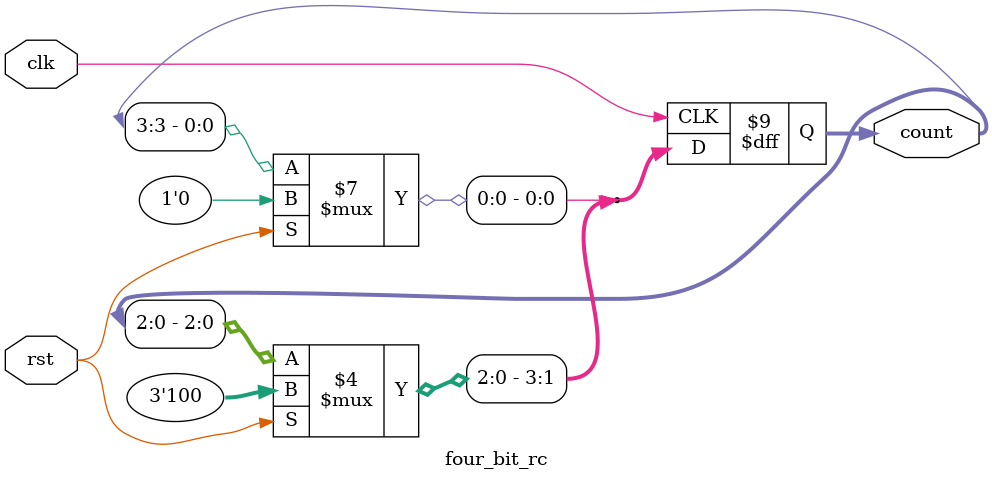
<source format=v>
`timescale 1ns / 1ps
module four_bit_rc(clk,rst,count);
input clk,rst;
output [3:0]count;
reg [3:0]count;
always @(posedge clk)
	begin 
		if(rst)
			count <= 4'b1000;
		else 
			begin 
				count <= count << 1;
				count[0] <= count[3];
			end
		end 
endmodule


</source>
